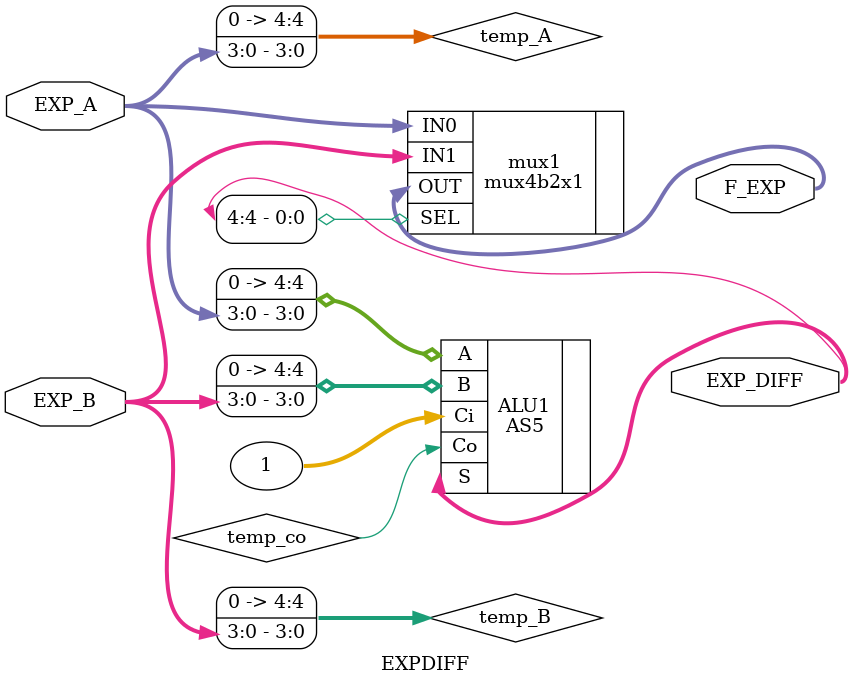
<source format=sv>
module EXPDIFF(EXP_DIFF,EXP_A,EXP_B,F_EXP);

input [3:0] EXP_A,EXP_B;
output [3:0] F_EXP; 
output [4:0] EXP_DIFF;

logic temp_co ;
logic [4:0] temp_A,temp_B;

assign temp_A = {1'b0,EXP_A};
assign temp_B = {1'b0,EXP_B};

AS5 ALU1 (.A(temp_A),.B(temp_B),.Ci(1),.Co(temp_co),.S(EXP_DIFF));

mux4b2x1 mux1(.OUT(F_EXP),.IN0(EXP_A),.IN1(EXP_B),.SEL(EXP_DIFF[4]));

endmodule

</source>
